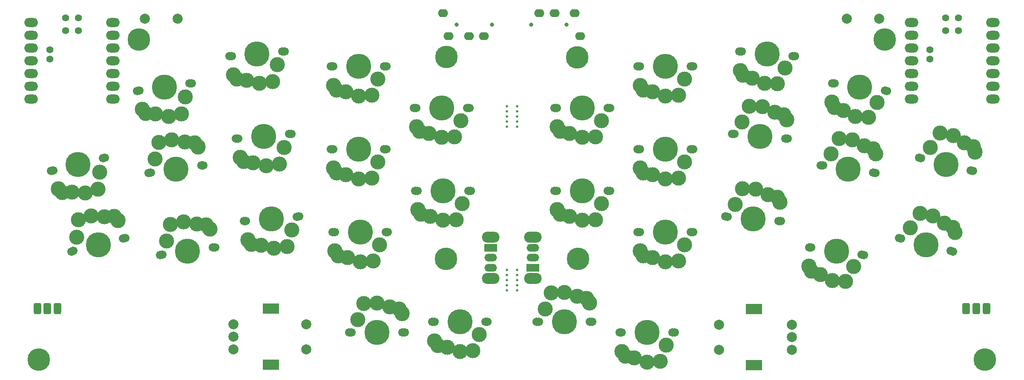
<source format=gbr>
%TF.GenerationSoftware,KiCad,Pcbnew,7.0.2*%
%TF.CreationDate,2023-08-06T16:20:10+02:00*%
%TF.ProjectId,Wizza-xiao,57697a7a-612d-4786-9961-6f2e6b696361,rev?*%
%TF.SameCoordinates,Original*%
%TF.FileFunction,Soldermask,Top*%
%TF.FilePolarity,Negative*%
%FSLAX46Y46*%
G04 Gerber Fmt 4.6, Leading zero omitted, Abs format (unit mm)*
G04 Created by KiCad (PCBNEW 7.0.2) date 2023-08-06 16:20:10*
%MOMM*%
%LPD*%
G01*
G04 APERTURE LIST*
G04 Aperture macros list*
%AMRoundRect*
0 Rectangle with rounded corners*
0 $1 Rounding radius*
0 $2 $3 $4 $5 $6 $7 $8 $9 X,Y pos of 4 corners*
0 Add a 4 corners polygon primitive as box body*
4,1,4,$2,$3,$4,$5,$6,$7,$8,$9,$2,$3,0*
0 Add four circle primitives for the rounded corners*
1,1,$1+$1,$2,$3*
1,1,$1+$1,$4,$5*
1,1,$1+$1,$6,$7*
1,1,$1+$1,$8,$9*
0 Add four rect primitives between the rounded corners*
20,1,$1+$1,$2,$3,$4,$5,0*
20,1,$1+$1,$4,$5,$6,$7,0*
20,1,$1+$1,$6,$7,$8,$9,0*
20,1,$1+$1,$8,$9,$2,$3,0*%
G04 Aperture macros list end*
%ADD10C,4.500000*%
%ADD11C,1.701800*%
%ADD12C,3.000000*%
%ADD13C,3.987800*%
%ADD14C,5.000000*%
%ADD15O,2.750000X1.800000*%
%ADD16C,1.397000*%
%ADD17RoundRect,0.375000X0.375000X0.750000X-0.375000X0.750000X-0.375000X-0.750000X0.375000X-0.750000X0*%
%ADD18C,0.500000*%
%ADD19C,0.800000*%
%ADD20O,2.000000X1.600000*%
%ADD21C,2.000000*%
%ADD22R,3.200000X2.000000*%
%ADD23RoundRect,0.375000X-0.375000X-0.750000X0.375000X-0.750000X0.375000X0.750000X-0.375000X0.750000X0*%
%ADD24O,3.500000X2.200000*%
%ADD25R,2.500000X1.500000*%
%ADD26O,2.500000X1.500000*%
G04 APERTURE END LIST*
D10*
%TO.C,H8*%
X126365000Y-47117000D03*
%TD*%
%TO.C,H7*%
X233391600Y-107369000D03*
%TD*%
%TO.C,H6*%
X65278000Y-43588200D03*
%TD*%
%TO.C,H5*%
X213503400Y-43588200D03*
%TD*%
%TO.C,H4*%
X45389800Y-107340400D03*
%TD*%
%TO.C,H3*%
X152416400Y-47145600D03*
%TD*%
%TO.C,H2*%
X126263400Y-87299800D03*
%TD*%
%TO.C,H1*%
X152518000Y-87328400D03*
%TD*%
D11*
%TO.C,SW12*%
X164427982Y-48965202D03*
X164847982Y-48965202D03*
D12*
X164927982Y-52715202D03*
X164927982Y-52765202D03*
X165527982Y-53665202D03*
X167387982Y-54045202D03*
D13*
X169927982Y-48965202D03*
D14*
X169927982Y-48965202D03*
D12*
X169927982Y-54865202D03*
X172527982Y-54715202D03*
X173737982Y-51505202D03*
D11*
X175007982Y-48965202D03*
X175427982Y-48965202D03*
%TD*%
%TO.C,SW31*%
X164427982Y-81965202D03*
X164847982Y-81965202D03*
D12*
X164927982Y-85715202D03*
X164927982Y-85765202D03*
X165527982Y-86665202D03*
X167387982Y-87045202D03*
D13*
X169927982Y-81965202D03*
D14*
X169927982Y-81965202D03*
D12*
X169927982Y-87865202D03*
X172527982Y-87715202D03*
X173737982Y-84505202D03*
D11*
X175007982Y-81965202D03*
X175427982Y-81965202D03*
%TD*%
%TO.C,SW7*%
X64887659Y-53832031D03*
X65303571Y-53773578D03*
D12*
X65904692Y-57475950D03*
X65911650Y-57525463D03*
X66631067Y-58333201D03*
X68525851Y-58450640D03*
D13*
X70334133Y-53066579D03*
D14*
X70334133Y-53066579D03*
D12*
X71155254Y-58909161D03*
X73709075Y-58398770D03*
X74460554Y-55051610D03*
D11*
X75364695Y-52359580D03*
X75780607Y-52301127D03*
%TD*%
%TO.C,SW20*%
X194164788Y-63358945D03*
X193746386Y-63322339D03*
D12*
X193993525Y-59579637D03*
X193997882Y-59529827D03*
X193478606Y-58580958D03*
X191658803Y-58040295D03*
D13*
X188685717Y-62879588D03*
D14*
X188685717Y-62879588D03*
D12*
X189199936Y-57002039D03*
X186596756Y-56924864D03*
X185111591Y-60017190D03*
D11*
X183625048Y-62436837D03*
X183206646Y-62400231D03*
%TD*%
%TO.C,SW6*%
X47847063Y-69801090D03*
X48254587Y-69699483D03*
D12*
X49239417Y-73318738D03*
X49251514Y-73367253D03*
X50051421Y-74095366D03*
X51948101Y-74014104D03*
D13*
X53183689Y-68470520D03*
D14*
X53183689Y-68470520D03*
D12*
X54611028Y-74195265D03*
X57097509Y-73420723D03*
X57494997Y-70013349D03*
D11*
X58112791Y-67241557D03*
X58520315Y-67139950D03*
%TD*%
D15*
%TO.C,U1*%
X218818400Y-40208200D03*
X218818400Y-42748200D03*
X218818400Y-45288200D03*
X218818400Y-47828200D03*
X218818400Y-50368200D03*
X218818400Y-52908200D03*
X218818400Y-55448200D03*
X235008400Y-55448200D03*
X235008400Y-52908200D03*
X235008400Y-50368200D03*
X235008400Y-47828200D03*
X235008400Y-45288200D03*
X235008400Y-42748200D03*
X235008400Y-40208200D03*
D16*
X225643400Y-39256200D03*
X228183400Y-39256200D03*
X225643400Y-41796200D03*
X228183400Y-41796200D03*
X222468400Y-47511200D03*
X222468400Y-45606200D03*
%TD*%
D11*
%TO.C,SW4*%
X231008902Y-69801090D03*
X230601378Y-69699483D03*
D12*
X231430962Y-66041521D03*
X231443058Y-65993006D03*
X231078610Y-64974586D03*
X229365790Y-64155899D03*
D13*
X225672276Y-68470520D03*
D14*
X225672276Y-68470520D03*
D12*
X227099615Y-62745775D03*
X224540558Y-62262323D03*
X222589931Y-65084246D03*
D11*
X220743174Y-67241557D03*
X220335650Y-67139950D03*
%TD*%
%TO.C,SW9*%
X103427982Y-48965202D03*
X103847982Y-48965202D03*
D12*
X103927982Y-52715202D03*
X103927982Y-52765202D03*
X104527982Y-53665202D03*
X106387982Y-54045202D03*
D13*
X108927982Y-48965202D03*
D14*
X108927982Y-48965202D03*
D12*
X108927982Y-54865202D03*
X111527982Y-54715202D03*
X112737982Y-51505202D03*
D11*
X114007982Y-48965202D03*
X114427982Y-48965202D03*
%TD*%
%TO.C,SW33*%
X155302982Y-99840202D03*
X154882982Y-99840202D03*
D12*
X154802982Y-96090202D03*
X154802982Y-96040202D03*
X154202982Y-95140202D03*
X152342982Y-94760202D03*
D13*
X149802982Y-99840202D03*
D14*
X149802982Y-99840202D03*
D12*
X149802982Y-93940202D03*
X147202982Y-94090202D03*
X145992982Y-97300202D03*
D11*
X144722982Y-99840202D03*
X144302982Y-99840202D03*
%TD*%
%TO.C,SW16*%
X62512026Y-83149830D03*
X62104502Y-83251437D03*
D12*
X61119672Y-79632182D03*
X61107575Y-79583667D03*
X60307668Y-78855554D03*
X58410988Y-78936816D03*
D13*
X57175400Y-84480400D03*
D14*
X57175400Y-84480400D03*
D12*
X55748061Y-78755655D03*
X53261580Y-79530197D03*
X52864092Y-82937571D03*
D11*
X52246298Y-85709363D03*
X51838774Y-85810970D03*
%TD*%
%TO.C,SW3*%
X123552982Y-99840202D03*
X123972982Y-99840202D03*
D12*
X124052982Y-103590202D03*
X124052982Y-103640202D03*
X124652982Y-104540202D03*
X126512982Y-104920202D03*
D13*
X129052982Y-99840202D03*
D14*
X129052982Y-99840202D03*
D12*
X129052982Y-105740202D03*
X131652982Y-105590202D03*
X132862982Y-102380202D03*
D11*
X134132982Y-99840202D03*
X134552982Y-99840202D03*
%TD*%
%TO.C,SW10*%
X203075358Y-52301127D03*
X203491270Y-52359580D03*
D12*
X203048593Y-56084219D03*
X203041634Y-56133732D03*
X203510539Y-57108477D03*
X205299552Y-57743641D03*
D13*
X208521832Y-53066579D03*
D14*
X208521832Y-53066579D03*
D12*
X207700711Y-58909161D03*
X210296284Y-59122470D03*
X211941254Y-56112109D03*
D11*
X213552394Y-53773578D03*
X213968306Y-53832031D03*
%TD*%
%TO.C,SW14*%
X227017191Y-85810970D03*
X226609667Y-85709363D03*
D12*
X227439251Y-82051401D03*
X227451347Y-82002886D03*
X227086899Y-80984466D03*
X225374079Y-80165779D03*
D13*
X221680565Y-84480400D03*
D14*
X221680565Y-84480400D03*
D12*
X223107904Y-78755655D03*
X220548847Y-78272203D03*
X218598220Y-81094126D03*
D11*
X216751463Y-83251437D03*
X216343939Y-83149830D03*
%TD*%
D17*
%TO.C,J3*%
X45072800Y-97231200D03*
X47072800Y-97231200D03*
X49072800Y-97231200D03*
%TD*%
D11*
%TO.C,SW17*%
X78076963Y-68640550D03*
X77661051Y-68699003D03*
D12*
X77059930Y-64996631D03*
X77052972Y-64947118D03*
X76333555Y-64139380D03*
X74438771Y-64021941D03*
D13*
X72630489Y-69406002D03*
D14*
X72630489Y-69406002D03*
D12*
X71809368Y-63563420D03*
X69255547Y-64073811D03*
X68504068Y-67420971D03*
D11*
X67599927Y-70113001D03*
X67184015Y-70171454D03*
%TD*%
%TO.C,SW22*%
X147927982Y-73715202D03*
X148347982Y-73715202D03*
D12*
X148427982Y-77465202D03*
X148427982Y-77515202D03*
X149027982Y-78415202D03*
X150887982Y-78795202D03*
D13*
X153427982Y-73715202D03*
D14*
X153427982Y-73715202D03*
D12*
X153427982Y-79615202D03*
X156027982Y-79465202D03*
X157237982Y-76255202D03*
D11*
X158507982Y-73715202D03*
X158927982Y-73715202D03*
%TD*%
D15*
%TO.C,U2*%
X43876600Y-40208200D03*
X43876600Y-42748200D03*
X43876600Y-45288200D03*
X43876600Y-47828200D03*
X43876600Y-50368200D03*
X43876600Y-52908200D03*
X43876600Y-55448200D03*
X60066600Y-55448200D03*
X60066600Y-52908200D03*
X60066600Y-50368200D03*
X60066600Y-47828200D03*
X60066600Y-45288200D03*
X60066600Y-42748200D03*
X60066600Y-40208200D03*
D16*
X50701600Y-39256200D03*
X53241600Y-39256200D03*
X50701600Y-41796200D03*
X53241600Y-41796200D03*
X47526600Y-47511200D03*
X47526600Y-45606200D03*
%TD*%
D11*
%TO.C,SW27*%
X86129247Y-79796157D03*
X86547649Y-79759551D03*
D12*
X86954179Y-83488309D03*
X86958536Y-83538119D03*
X87634693Y-84382400D03*
X89520735Y-84598845D03*
D13*
X91608318Y-79316800D03*
D14*
X91608318Y-79316800D03*
D12*
X92122537Y-85194349D03*
X94699570Y-84818315D03*
X95625195Y-81515071D03*
D11*
X96668987Y-78874049D03*
X97087389Y-78837443D03*
%TD*%
%TO.C,SW2*%
X120240482Y-73715202D03*
X120660482Y-73715202D03*
D12*
X120740482Y-77465202D03*
X120740482Y-77515202D03*
X121340482Y-78415202D03*
X123200482Y-78795202D03*
D13*
X125740482Y-73715202D03*
D14*
X125740482Y-73715202D03*
D12*
X125740482Y-79615202D03*
X128340482Y-79465202D03*
X129550482Y-76255202D03*
D11*
X130820482Y-73715202D03*
X131240482Y-73715202D03*
%TD*%
D18*
%TO.C,mouse-bite-2mm-slot*%
X138379200Y-89535000D03*
X138379200Y-90551000D03*
X138379200Y-91567000D03*
X138379200Y-92583000D03*
X138379200Y-93599000D03*
X140411200Y-89535000D03*
X140411200Y-90551000D03*
X140411200Y-91567000D03*
X140411200Y-92583000D03*
X140411200Y-93599000D03*
%TD*%
D19*
%TO.C,J2*%
X135440800Y-40640000D03*
X128440800Y-40640000D03*
D20*
X130840800Y-42940000D03*
X133840800Y-42940000D03*
X125740800Y-38340000D03*
X126840800Y-42940000D03*
%TD*%
D11*
%TO.C,SW1*%
X119927982Y-57215202D03*
X120347982Y-57215202D03*
D12*
X120427982Y-60965202D03*
X120427982Y-61015202D03*
X121027982Y-61915202D03*
X122887982Y-62295202D03*
D13*
X125427982Y-57215202D03*
D14*
X125427982Y-57215202D03*
D12*
X125427982Y-63115202D03*
X128027982Y-62965202D03*
X129237982Y-59755202D03*
D11*
X130507982Y-57215202D03*
X130927982Y-57215202D03*
%TD*%
%TO.C,SW29*%
X118052982Y-101965202D03*
X117632982Y-101965202D03*
D12*
X117552982Y-98215202D03*
X117552982Y-98165202D03*
X116952982Y-97265202D03*
X115092982Y-96885202D03*
D13*
X112552982Y-101965202D03*
D14*
X112552982Y-101965202D03*
D12*
X112552982Y-96065202D03*
X109952982Y-96215202D03*
X108742982Y-99425202D03*
D11*
X107472982Y-101965202D03*
X107052982Y-101965202D03*
%TD*%
%TO.C,SW15*%
X211671950Y-70171454D03*
X211256038Y-70113001D03*
D12*
X211698715Y-66388362D03*
X211705674Y-66338849D03*
X211236769Y-65364104D03*
X209447756Y-64728940D03*
D13*
X206225476Y-69406002D03*
D14*
X206225476Y-69406002D03*
D12*
X207046597Y-63563420D03*
X204451024Y-63350111D03*
X202806054Y-66360472D03*
D11*
X201194914Y-68699003D03*
X200779002Y-68640550D03*
%TD*%
%TO.C,SW32*%
X160802982Y-101965202D03*
X161222982Y-101965202D03*
D12*
X161302982Y-105715202D03*
X161302982Y-105765202D03*
X161902982Y-106665202D03*
X163762982Y-107045202D03*
D13*
X166302982Y-101965202D03*
D14*
X166302982Y-101965202D03*
D12*
X166302982Y-107865202D03*
X168902982Y-107715202D03*
X170112982Y-104505202D03*
D11*
X171382982Y-101965202D03*
X171802982Y-101965202D03*
%TD*%
%TO.C,SW11*%
X184644715Y-45963018D03*
X185063117Y-45999624D03*
D12*
X184815978Y-49742326D03*
X184811621Y-49792136D03*
X185330897Y-50741005D03*
X187150700Y-51281668D03*
D13*
X190123786Y-46442375D03*
D14*
X190123786Y-46442375D03*
D12*
X189609567Y-52319924D03*
X192212747Y-52397099D03*
X193697912Y-49304773D03*
D11*
X195184455Y-46885126D03*
X195602857Y-46921732D03*
%TD*%
%TO.C,SW23*%
X198482646Y-84979973D03*
X198898558Y-85038426D03*
D12*
X198455881Y-88763065D03*
X198448922Y-88812578D03*
X198917827Y-89787323D03*
X200706840Y-90422487D03*
D13*
X203929120Y-85745425D03*
D14*
X203929120Y-85745425D03*
D12*
X203107999Y-91588007D03*
X205703572Y-91801316D03*
X207348542Y-88790955D03*
D11*
X208959682Y-86452424D03*
X209375594Y-86510877D03*
%TD*%
D19*
%TO.C,J1*%
X143255900Y-40640000D03*
X150255900Y-40640000D03*
D20*
X147855900Y-38340000D03*
X144855900Y-38340000D03*
X152955900Y-42940000D03*
X151855900Y-38340000D03*
%TD*%
D11*
%TO.C,SW24*%
X192825280Y-79796157D03*
X192406878Y-79759551D03*
D12*
X192654017Y-76016849D03*
X192658374Y-75967039D03*
X192139098Y-75018170D03*
X190319295Y-74477507D03*
D13*
X187346209Y-79316800D03*
D14*
X187346209Y-79316800D03*
D12*
X187860428Y-73439251D03*
X185257248Y-73362076D03*
X183772083Y-76454402D03*
D11*
X182285540Y-78874049D03*
X181867138Y-78837443D03*
%TD*%
D21*
%TO.C,SW35*%
X195051000Y-105383200D03*
X195051000Y-100383200D03*
X195051000Y-102883200D03*
D22*
X187551000Y-108483200D03*
X187551000Y-97283200D03*
D21*
X180551000Y-100383200D03*
X180551000Y-105383200D03*
%TD*%
D23*
%TO.C,J4*%
X233713200Y-97231200D03*
X231713200Y-97231200D03*
X229713200Y-97231200D03*
%TD*%
D21*
%TO.C,SW34*%
X84044200Y-100307000D03*
X84044200Y-105307000D03*
X84044200Y-102807000D03*
D22*
X91544200Y-97207000D03*
X91544200Y-108407000D03*
D21*
X98544200Y-105307000D03*
X98544200Y-100307000D03*
%TD*%
D18*
%TO.C,mouse-bite-2mm-slot*%
X138379200Y-56896053D03*
X138379200Y-57912053D03*
X138379200Y-58928053D03*
X138379200Y-59944053D03*
X138379200Y-60960053D03*
X140411200Y-56896053D03*
X140411200Y-57912053D03*
X140411200Y-58928053D03*
X140411200Y-59944053D03*
X140411200Y-60960053D03*
%TD*%
D11*
%TO.C,SW13*%
X147927982Y-57215202D03*
X148347982Y-57215202D03*
D12*
X148427982Y-60965202D03*
X148427982Y-61015202D03*
X149027982Y-61915202D03*
X150887982Y-62295202D03*
D13*
X153427982Y-57215202D03*
D14*
X153427982Y-57215202D03*
D12*
X153427982Y-63115202D03*
X156027982Y-62965202D03*
X157237982Y-59755202D03*
D11*
X158507982Y-57215202D03*
X158927982Y-57215202D03*
%TD*%
%TO.C,SW19*%
X103427982Y-65465202D03*
X103847982Y-65465202D03*
D12*
X103927982Y-69215202D03*
X103927982Y-69265202D03*
X104527982Y-70165202D03*
X106387982Y-70545202D03*
D13*
X108927982Y-65465202D03*
D14*
X108927982Y-65465202D03*
D12*
X108927982Y-71365202D03*
X111527982Y-71215202D03*
X112737982Y-68005202D03*
D11*
X114007982Y-65465202D03*
X114427982Y-65465202D03*
%TD*%
%TO.C,SW26*%
X80373319Y-84979973D03*
X79957407Y-85038426D03*
D12*
X79356286Y-81336054D03*
X79349328Y-81286541D03*
X78629911Y-80478803D03*
X76735127Y-80361364D03*
D13*
X74926845Y-85745425D03*
D14*
X74926845Y-85745425D03*
D12*
X74105724Y-79902843D03*
X71551903Y-80413234D03*
X70800424Y-83760394D03*
D11*
X69896283Y-86452424D03*
X69480371Y-86510877D03*
%TD*%
%TO.C,SW28*%
X103740482Y-81965202D03*
X104160482Y-81965202D03*
D12*
X104240482Y-85715202D03*
X104240482Y-85765202D03*
X104840482Y-86665202D03*
X106700482Y-87045202D03*
D13*
X109240482Y-81965202D03*
D14*
X109240482Y-81965202D03*
D12*
X109240482Y-87865202D03*
X111840482Y-87715202D03*
X113050482Y-84505202D03*
D11*
X114320482Y-81965202D03*
X114740482Y-81965202D03*
%TD*%
%TO.C,SW8*%
X83253107Y-46921732D03*
X83671509Y-46885126D03*
D12*
X84078039Y-50613884D03*
X84082396Y-50663694D03*
X84758553Y-51507975D03*
X86644595Y-51724420D03*
D13*
X88732178Y-46442375D03*
D14*
X88732178Y-46442375D03*
D12*
X89246397Y-52319924D03*
X91823430Y-51943890D03*
X92749055Y-48640646D03*
D11*
X93792847Y-45999624D03*
X94211249Y-45963018D03*
%TD*%
%TO.C,SW21*%
X164427982Y-65465202D03*
X164847982Y-65465202D03*
D12*
X164927982Y-69215202D03*
X164927982Y-69265202D03*
X165527982Y-70165202D03*
X167387982Y-70545202D03*
D13*
X169927982Y-65465202D03*
D14*
X169927982Y-65465202D03*
D12*
X169927982Y-71365202D03*
X172527982Y-71215202D03*
X173737982Y-68005202D03*
D11*
X175007982Y-65465202D03*
X175427982Y-65465202D03*
%TD*%
%TO.C,SW18*%
X84592614Y-63358945D03*
X85011016Y-63322339D03*
D12*
X85417546Y-67051097D03*
X85421903Y-67100907D03*
X86098060Y-67945188D03*
X87984102Y-68161633D03*
D13*
X90071685Y-62879588D03*
D14*
X90071685Y-62879588D03*
D12*
X90585904Y-68757137D03*
X93162937Y-68381103D03*
X94088562Y-65077859D03*
D11*
X95132354Y-62436837D03*
X95550756Y-62400231D03*
%TD*%
D24*
%TO.C,SW25*%
X135204200Y-82971200D03*
X135204200Y-91171200D03*
D25*
X135204200Y-85071200D03*
D26*
X135204200Y-87071200D03*
X135204200Y-89071200D03*
%TD*%
D24*
%TO.C,SW30*%
X143587600Y-91171200D03*
X143587600Y-82971200D03*
D25*
X143587600Y-89071200D03*
D26*
X143587600Y-87071200D03*
X143587600Y-85071200D03*
%TD*%
D21*
%TO.C,SW5*%
X212435800Y-39434000D03*
X205935800Y-39434000D03*
%TD*%
%TO.C,SW40*%
X66471800Y-39434000D03*
X72971800Y-39434000D03*
%TD*%
M02*

</source>
